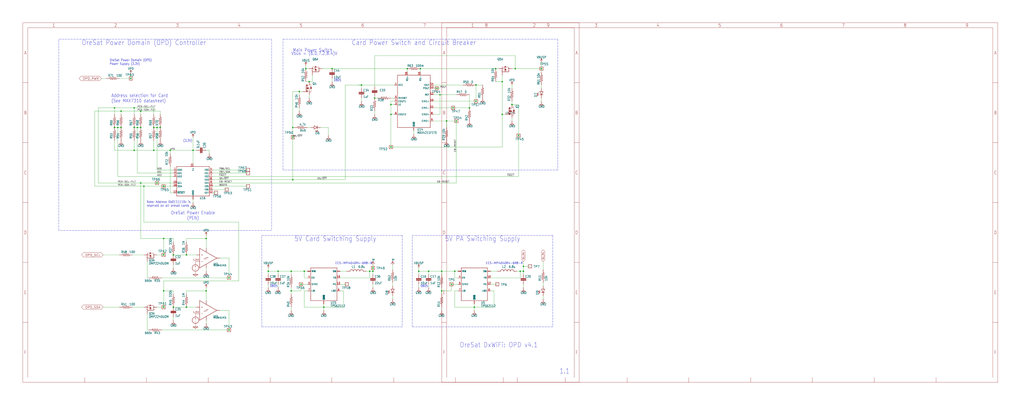
<source format=kicad_sch>
(kicad_sch (version 20210621) (generator eeschema)
  (paper "User" 795.02 318.11)
  (junction (at 403.86 210.82))
  (junction (at 368.3 238.76))
  (junction (at 289.56 210.82))
  (junction (at 339.09 68.58))
  (junction (at 127 144.78))
  (junction (at 109.22 86.36))
  (junction (at 303.53 114.3))
  (junction (at 127 144.78))
  (junction (at 111.76 144.78))
  (junction (at 149.86 116.84))
  (junction (at 104.14 83.82))
  (junction (at 353.06 210.82))
  (junction (at 369.57 66.04))
  (junction (at 134.62 238.76))
  (junction (at 208.28 210.82))
  (junction (at 384.81 53.34))
  (junction (at 104.14 99.06))
  (junction (at 233.68 220.98))
  (junction (at 406.4 207.01))
  (junction (at 127 238.76))
  (junction (at 127 185.42))
  (junction (at 406.4 210.82))
  (junction (at 91.44 99.06))
  (junction (at 127 226.06))
  (junction (at 420.37 53.34))
  (junction (at 121.92 99.06))
  (junction (at 119.38 99.06))
  (junction (at 303.53 81.28))
  (junction (at 106.68 99.06))
  (junction (at 400.05 53.34))
  (junction (at 237.49 53.34))
  (junction (at 287.02 210.82))
  (junction (at 226.06 226.06))
  (junction (at 227.33 99.06))
  (junction (at 350.52 220.98))
  (junction (at 160.02 185.42))
  (junction (at 144.78 238.76))
  (junction (at 119.38 116.84))
  (junction (at 290.83 76.2))
  (junction (at 134.62 198.12))
  (junction (at 364.49 83.82))
  (junction (at 397.51 81.28))
  (junction (at 227.33 139.7))
  (junction (at 402.59 105.41))
  (junction (at 93.98 86.36))
  (junction (at 226.06 210.82))
  (junction (at 303.53 88.9))
  (junction (at 132.08 116.84))
  (junction (at 160.02 226.06))
  (junction (at 346.71 93.98))
  (junction (at 177.8 256.54))
  (junction (at 109.22 99.06))
  (junction (at 177.8 215.9))
  (junction (at 236.22 210.82))
  (junction (at 101.6 60.96))
  (junction (at 227.33 106.68))
  (junction (at 232.41 71.12))
  (junction (at 240.03 63.5))
  (junction (at 342.9 226.06))
  (junction (at 342.9 210.82))
  (junction (at 316.23 53.34))
  (junction (at 215.9 210.82))
  (junction (at 326.39 53.34))
  (junction (at 389.89 88.9))
  (junction (at 280.67 66.04))
  (junction (at 351.79 83.82))
  (junction (at 127 198.12))
  (junction (at 289.56 208.28))
  (junction (at 369.57 78.74))
  (junction (at 88.9 83.82))
  (junction (at 257.81 53.34))
  (junction (at 121.92 142.24))
  (junction (at 325.12 210.82))
  (junction (at 354.33 93.98))
  (junction (at 124.46 99.06))
  (junction (at 389.89 63.5))
  (junction (at 88.9 99.06))
  (junction (at 341.63 73.66))
  (junction (at 332.74 210.82))
  (junction (at 144.78 198.12))
  (junction (at 104.14 116.84))
  (junction (at 109.22 142.24))
  (junction (at 93.98 99.06))
  (junction (at 251.46 238.76))
  (wire (pts (xy 93.98 88.9) (xy 93.98 86.36)))
  (wire (pts (xy 304.8 229.87) (xy 304.8 232.41)))
  (wire (pts (xy 287.02 210.82) (xy 284.48 210.82)))
  (wire (pts (xy 93.98 86.36) (xy 109.22 86.36)))
  (wire (pts (xy 392.43 88.9) (xy 389.89 88.9)))
  (wire (pts (xy 111.76 172.72) (xy 111.76 144.78)))
  (wire (pts (xy 106.68 99.06) (xy 104.14 99.06)))
  (polyline (pts (xy 219.71 132.08) (xy 219.71 30.48)))
  (wire (pts (xy 134.62 132.08) (xy 121.92 132.08)))
  (polyline (pts (xy 203.2 254) (xy 203.2 182.88)))
  (polyline (pts (xy 429.26 182.88) (xy 429.26 254)))
  (wire (pts (xy 226.06 226.06) (xy 226.06 223.52)))
  (wire (pts (xy 257.81 63.5) (xy 257.81 60.96)))
  (wire (pts (xy 104.14 116.84) (xy 104.14 109.22)))
  (wire (pts (xy 134.62 149.86) (xy 132.08 149.86)))
  (wire (pts (xy 287.02 210.82) (xy 289.56 210.82)))
  (wire (pts (xy 92.71 198.12) (xy 80.01 198.12)))
  (wire (pts (xy 368.3 238.76) (xy 368.3 236.22)))
  (wire (pts (xy 280.67 68.58) (xy 280.67 66.04)))
  (wire (pts (xy 351.79 83.82) (xy 364.49 83.82)))
  (wire (pts (xy 109.22 99.06) (xy 106.68 99.06)))
  (wire (pts (xy 251.46 238.76) (xy 251.46 236.22)))
  (wire (pts (xy 264.16 210.82) (xy 269.24 210.82)))
  (wire (pts (xy 208.28 210.82) (xy 215.9 210.82)))
  (wire (pts (xy 104.14 88.9) (xy 104.14 83.82)))
  (wire (pts (xy 237.49 50.8) (xy 237.49 53.34)))
  (wire (pts (xy 236.22 215.9) (xy 238.76 215.9)))
  (wire (pts (xy 421.64 229.87) (xy 421.64 232.41)))
  (wire (pts (xy 397.51 81.28) (xy 402.59 81.28)))
  (wire (pts (xy 336.55 66.04) (xy 359.41 66.04)))
  (wire (pts (xy 267.97 66.04) (xy 280.67 66.04)))
  (wire (pts (xy 303.53 81.28) (xy 306.07 81.28)))
  (wire (pts (xy 233.68 226.06) (xy 226.06 226.06)))
  (wire (pts (xy 264.16 215.9) (xy 287.02 215.9)))
  (polyline (pts (xy 45.72 30.48) (xy 210.82 30.48)))
  (wire (pts (xy 384.81 63.5) (xy 389.89 63.5)))
  (wire (pts (xy 332.74 223.52) (xy 332.74 220.98)))
  (wire (pts (xy 149.86 116.84) (xy 149.86 106.68)))
  (wire (pts (xy 251.46 241.3) (xy 251.46 238.76)))
  (wire (pts (xy 208.28 220.98) (xy 208.28 223.52)))
  (wire (pts (xy 144.78 187.96) (xy 144.78 185.42)))
  (wire (pts (xy 152.4 238.76) (xy 144.78 238.76)))
  (polyline (pts (xy 210.82 179.07) (xy 45.72 179.07)))
  (wire (pts (xy 127 185.42) (xy 109.22 185.42)))
  (wire (pts (xy 290.83 88.9) (xy 290.83 86.36)))
  (wire (pts (xy 321.31 104.14) (xy 321.31 101.6)))
  (wire (pts (xy 384.81 53.34) (xy 387.35 53.34)))
  (wire (pts (xy 287.02 215.9) (xy 287.02 210.82)))
  (wire (pts (xy 144.78 198.12) (xy 134.62 198.12)))
  (wire (pts (xy 165.1 139.7) (xy 227.33 139.7)))
  (wire (pts (xy 303.53 81.28) (xy 303.53 88.9)))
  (wire (pts (xy 165.1 142.24) (xy 354.33 142.24)))
  (wire (pts (xy 144.78 228.6) (xy 144.78 226.06)))
  (wire (pts (xy 342.9 226.06) (xy 342.9 223.52)))
  (wire (pts (xy 354.33 93.98) (xy 346.71 93.98)))
  (wire (pts (xy 132.08 129.54) (xy 132.08 149.86)))
  (wire (pts (xy 236.22 238.76) (xy 251.46 238.76)))
  (wire (pts (xy 381 226.06) (xy 383.54 226.06)))
  (wire (pts (xy 351.79 83.82) (xy 336.55 83.82)))
  (wire (pts (xy 124.46 86.36) (xy 124.46 88.9)))
  (wire (pts (xy 242.57 63.5) (xy 242.57 58.42)))
  (wire (pts (xy 233.68 220.98) (xy 233.68 226.06)))
  (wire (pts (xy 127 238.76) (xy 127 234.95)))
  (wire (pts (xy 127 218.44) (xy 185.42 218.44)))
  (wire (pts (xy 381 220.98) (xy 386.08 220.98)))
  (wire (pts (xy 177.8 256.54) (xy 125.73 256.54)))
  (wire (pts (xy 119.38 116.84) (xy 132.08 116.84)))
  (wire (pts (xy 160.02 226.06) (xy 160.02 223.52)))
  (wire (pts (xy 226.06 228.6) (xy 226.06 226.06)))
  (wire (pts (xy 115.57 256.54) (xy 114.3 256.54)))
  (wire (pts (xy 368.3 241.3) (xy 368.3 238.76)))
  (wire (pts (xy 326.39 53.34) (xy 384.81 53.34)))
  (wire (pts (xy 134.62 228.6) (xy 134.62 226.06)))
  (wire (pts (xy 341.63 73.66) (xy 354.33 73.66)))
  (wire (pts (xy 227.33 71.12) (xy 227.33 99.06)))
  (wire (pts (xy 92.71 60.96) (xy 101.6 60.96)))
  (wire (pts (xy 127 185.42) (xy 127 198.12)))
  (wire (pts (xy 342.9 226.06) (xy 350.52 226.06)))
  (wire (pts (xy 411.48 207.01) (xy 406.4 207.01)))
  (wire (pts (xy 134.62 248.92) (xy 134.62 246.38)))
  (wire (pts (xy 134.62 134.62) (xy 106.68 134.62)))
  (wire (pts (xy 119.38 88.9) (xy 119.38 83.82)))
  (wire (pts (xy 403.86 210.82) (xy 406.4 210.82)))
  (wire (pts (xy 266.7 238.76) (xy 251.46 238.76)))
  (wire (pts (xy 420.37 48.26) (xy 420.37 53.34)))
  (wire (pts (xy 420.37 66.04) (xy 420.37 68.58)))
  (wire (pts (xy 240.03 73.66) (xy 240.03 76.2)))
  (wire (pts (xy 134.62 144.78) (xy 127 144.78)))
  (wire (pts (xy 228.6 99.06) (xy 227.33 99.06)))
  (wire (pts (xy 403.86 210.82) (xy 401.32 210.82)))
  (wire (pts (xy 160.02 233.68) (xy 160.02 226.06)))
  (wire (pts (xy 289.56 205.74) (xy 289.56 208.28)))
  (wire (pts (xy 226.06 210.82) (xy 215.9 210.82)))
  (wire (pts (xy 381 215.9) (xy 403.86 215.9)))
  (wire (pts (xy 341.63 88.9) (xy 341.63 73.66)))
  (wire (pts (xy 226.06 213.36) (xy 226.06 210.82)))
  (wire (pts (xy 420.37 76.2) (xy 420.37 78.74)))
  (wire (pts (xy 127 144.78) (xy 111.76 144.78)))
  (wire (pts (xy 383.54 226.06) (xy 383.54 238.76)))
  (wire (pts (xy 325.12 213.36) (xy 325.12 210.82)))
  (wire (pts (xy 290.83 67.31) (xy 290.83 43.18)))
  (wire (pts (xy 236.22 215.9) (xy 236.22 210.82)))
  (wire (pts (xy 106.68 134.62) (xy 106.68 99.06)))
  (wire (pts (xy 355.6 210.82) (xy 353.06 210.82)))
  (wire (pts (xy 238.76 210.82) (xy 236.22 210.82)))
  (wire (pts (xy 149.86 116.84) (xy 152.4 116.84)))
  (wire (pts (xy 303.53 88.9) (xy 306.07 88.9)))
  (polyline (pts (xy 203.2 182.88) (xy 312.42 182.88)))
  (wire (pts (xy 420.37 53.34) (xy 420.37 55.88)))
  (wire (pts (xy 121.92 142.24) (xy 134.62 142.24)))
  (wire (pts (xy 134.62 226.06) (xy 127 226.06)))
  (wire (pts (xy 336.55 78.74) (xy 369.57 78.74)))
  (wire (pts (xy 177.8 241.3) (xy 177.8 256.54)))
  (wire (pts (xy 165.1 134.62) (xy 192.532 134.62)))
  (wire (pts (xy 264.16 220.98) (xy 269.24 220.98)))
  (wire (pts (xy 353.06 238.76) (xy 368.3 238.76)))
  (wire (pts (xy 192.532 132.08) (xy 165.1 132.08)))
  (wire (pts (xy 132.08 119.38) (xy 132.08 116.84)))
  (wire (pts (xy 280.67 66.04) (xy 278.13 66.04)))
  (wire (pts (xy 353.06 215.9) (xy 355.6 215.9)))
  (wire (pts (xy 280.67 78.74) (xy 280.67 76.2)))
  (wire (pts (xy 289.56 223.52) (xy 289.56 220.98)))
  (wire (pts (xy 208.28 210.82) (xy 208.28 208.28)))
  (wire (pts (xy 306.07 76.2) (xy 303.53 76.2)))
  (wire (pts (xy 306.07 78.74) (xy 303.53 78.74)))
  (wire (pts (xy 267.97 139.7) (xy 267.97 66.04)))
  (wire (pts (xy 227.33 99.06) (xy 227.33 106.68)))
  (wire (pts (xy 121.92 132.08) (xy 121.92 99.06)))
  (wire (pts (xy 303.53 78.74) (xy 303.53 81.28)))
  (wire (pts (xy 73.66 144.78) (xy 73.66 86.36)))
  (wire (pts (xy 402.59 81.28) (xy 402.59 105.41)))
  (wire (pts (xy 240.03 63.5) (xy 242.57 63.5)))
  (wire (pts (xy 406.4 210.82) (xy 406.4 207.01)))
  (wire (pts (xy 332.74 213.36) (xy 332.74 210.82)))
  (wire (pts (xy 364.49 83.82) (xy 364.49 73.66)))
  (wire (pts (xy 124.46 99.06) (xy 121.92 99.06)))
  (wire (pts (xy 104.14 83.82) (xy 119.38 83.82)))
  (wire (pts (xy 250.19 53.34) (xy 257.81 53.34)))
  (wire (pts (xy 111.76 198.12) (xy 102.87 198.12)))
  (wire (pts (xy 336.55 73.66) (xy 341.63 73.66)))
  (wire (pts (xy 111.76 144.78) (xy 73.66 144.78)))
  (wire (pts (xy 342.9 228.6) (xy 342.9 226.06)))
  (wire (pts (xy 167.64 149.86) (xy 165.1 149.86)))
  (wire (pts (xy 170.815 241.3) (xy 177.8 241.3)))
  (wire (pts (xy 421.64 219.71) (xy 421.64 222.25)))
  (wire (pts (xy 109.22 185.42) (xy 109.22 142.24)))
  (wire (pts (xy 397.51 53.34) (xy 400.05 53.34)))
  (wire (pts (xy 165.1 144.78) (xy 192.532 144.78)))
  (wire (pts (xy 232.41 71.12) (xy 227.33 71.12)))
  (wire (pts (xy 383.54 238.76) (xy 368.3 238.76)))
  (wire (pts (xy 336.55 88.9) (xy 341.63 88.9)))
  (wire (pts (xy 397.51 91.44) (xy 397.51 93.98)))
  (wire (pts (xy 114.3 256.54) (xy 114.3 243.84)))
  (wire (pts (xy 237.49 63.5) (xy 240.03 63.5)))
  (wire (pts (xy 115.57 215.9) (xy 114.3 215.9)))
  (wire (pts (xy 290.83 43.18) (xy 400.05 43.18)))
  (wire (pts (xy 165.1 147.32) (xy 176.022 147.32)))
  (wire (pts (xy 111.76 238.76) (xy 102.87 238.76)))
  (wire (pts (xy 144.78 238.76) (xy 134.62 238.76)))
  (wire (pts (xy 91.44 137.16) (xy 91.44 99.06)))
  (wire (pts (xy 304.8 219.71) (xy 304.8 222.25)))
  (wire (pts (xy 336.55 68.58) (xy 339.09 68.58)))
  (wire (pts (xy 342.9 241.3) (xy 342.9 238.76)))
  (wire (pts (xy 134.62 185.42) (xy 127 185.42)))
  (wire (pts (xy 152.4 198.12) (xy 144.78 198.12)))
  (wire (pts (xy 350.52 220.98) (xy 355.6 220.98)))
  (wire (pts (xy 257.81 53.34) (xy 316.23 53.34)))
  (wire (pts (xy 109.22 86.36) (xy 124.46 86.36)))
  (wire (pts (xy 127 226.06) (xy 127 238.76)))
  (wire (pts (xy 127 238.76) (xy 121.92 238.76)))
  (wire (pts (xy 238.76 99.06) (xy 241.3 99.06)))
  (wire (pts (xy 290.83 74.93) (xy 290.83 76.2)))
  (wire (pts (xy 114.3 215.9) (xy 114.3 203.2)))
  (polyline (pts (xy 433.07 132.08) (xy 219.71 132.08)))
  (wire (pts (xy 177.8 215.9) (xy 125.73 215.9)))
  (wire (pts (xy 339.09 68.58) (xy 341.63 68.58)))
  (wire (pts (xy 149.86 127) (xy 149.86 116.84)))
  (wire (pts (xy 353.06 226.06) (xy 353.06 238.76)))
  (wire (pts (xy 389.89 88.9) (xy 389.89 114.3)))
  (wire (pts (xy 236.22 226.06) (xy 238.76 226.06)))
  (wire (pts (xy 185.42 172.72) (xy 111.76 172.72)))
  (polyline (pts (xy 210.82 30.48) (xy 210.82 179.07)))
  (wire (pts (xy 149.86 157.48) (xy 149.86 154.94)))
  (wire (pts (xy 76.2 142.24) (xy 76.2 83.82)))
  (wire (pts (xy 397.51 78.74) (xy 397.51 81.28)))
  (wire (pts (xy 402.59 105.41) (xy 402.59 137.16)))
  (wire (pts (xy 134.62 187.96) (xy 134.62 185.42)))
  (wire (pts (xy 92.71 238.76) (xy 80.01 238.76)))
  (wire (pts (xy 119.38 116.84) (xy 119.38 109.22)))
  (wire (pts (xy 109.22 88.9) (xy 109.22 86.36)))
  (wire (pts (xy 162.56 116.84) (xy 162.56 119.38)))
  (wire (pts (xy 91.44 99.06) (xy 88.9 99.06)))
  (wire (pts (xy 233.68 220.98) (xy 238.76 220.98)))
  (wire (pts (xy 170.815 200.66) (xy 177.8 200.66)))
  (polyline (pts (xy 320.04 254) (xy 320.04 182.88)))
  (wire (pts (xy 208.28 213.36) (xy 208.28 210.82)))
  (wire (pts (xy 381 210.82) (xy 386.08 210.82)))
  (wire (pts (xy 76.2 83.82) (xy 88.9 83.82)))
  (wire (pts (xy 397.51 66.04) (xy 397.51 68.58)))
  (polyline (pts (xy 433.07 30.48) (xy 433.07 132.08)))
  (wire (pts (xy 215.9 223.52) (xy 215.9 220.98)))
  (wire (pts (xy 325.12 220.98) (xy 325.12 223.52)))
  (wire (pts (xy 353.06 226.06) (xy 355.6 226.06)))
  (wire (pts (xy 403.86 215.9) (xy 403.86 210.82)))
  (wire (pts (xy 406.4 213.36) (xy 406.4 210.82)))
  (wire (pts (xy 289.56 210.82) (xy 289.56 208.28)))
  (wire (pts (xy 237.49 53.34) (xy 240.03 53.34)))
  (wire (pts (xy 160.02 193.04) (xy 160.02 185.42)))
  (wire (pts (xy 236.22 210.82) (xy 226.06 210.82)))
  (wire (pts (xy 232.41 71.12) (xy 234.95 71.12)))
  (wire (pts (xy 400.05 43.18) (xy 400.05 53.34)))
  (wire (pts (xy 76.2 142.24) (xy 109.22 142.24)))
  (wire (pts (xy 226.06 241.3) (xy 226.06 238.76)))
  (wire (pts (xy 88.9 116.84) (xy 88.9 109.22)))
  (wire (pts (xy 266.7 226.06) (xy 266.7 238.76)))
  (polyline (pts (xy 429.26 254) (xy 320.04 254)))
  (wire (pts (xy 236.22 226.06) (xy 236.22 238.76)))
  (wire (pts (xy 132.08 116.84) (xy 149.86 116.84)))
  (wire (pts (xy 289.56 213.36) (xy 289.56 210.82)))
  (wire (pts (xy 88.9 88.9) (xy 88.9 83.82)))
  (polyline (pts (xy 45.72 179.07) (xy 45.72 30.48)))
  (wire (pts (xy 325.12 210.82) (xy 332.74 210.82)))
  (wire (pts (xy 346.71 93.98) (xy 336.55 93.98)))
  (wire (pts (xy 353.06 215.9) (xy 353.06 210.82)))
  (wire (pts (xy 389.89 63.5) (xy 389.89 58.42)))
  (polyline (pts (xy 320.04 182.88) (xy 429.26 182.88)))
  (wire (pts (xy 264.16 226.06) (xy 266.7 226.06)))
  (wire (pts (xy 342.9 210.82) (xy 332.74 210.82)))
  (wire (pts (xy 101.6 60.96) (xy 101.6 57.15)))
  (wire (pts (xy 127 226.06) (xy 127 218.44)))
  (wire (pts (xy 177.8 200.66) (xy 177.8 215.9)))
  (wire (pts (xy 353.06 210.82) (xy 342.9 210.82)))
  (wire (pts (xy 88.9 83.82) (xy 104.14 83.82)))
  (wire (pts (xy 316.23 53.34) (xy 316.23 55.88)))
  (wire (pts (xy 227.33 139.7) (xy 267.97 139.7)))
  (wire (pts (xy 160.02 185.42) (xy 144.78 185.42)))
  (wire (pts (xy 402.59 137.16) (xy 165.1 137.16)))
  (wire (pts (xy 290.83 76.2) (xy 293.37 76.2)))
  (wire (pts (xy 93.98 99.06) (xy 91.44 99.06)))
  (wire (pts (xy 215.9 213.36) (xy 215.9 210.82)))
  (wire (pts (xy 369.57 66.04) (xy 374.65 66.04)))
  (wire (pts (xy 160.02 226.06) (xy 144.78 226.06)))
  (wire (pts (xy 232.41 83.82) (xy 232.41 86.36)))
  (wire (pts (xy 304.8 209.55) (xy 304.8 205.74)))
  (wire (pts (xy 406.4 223.52) (xy 406.4 220.98)))
  (wire (pts (xy 255.016 99.06) (xy 255.016 105.156)))
  (wire (pts (xy 127 198.12) (xy 121.92 198.12)))
  (wire (pts (xy 303.53 114.3) (xy 303.53 88.9)))
  (wire (pts (xy 227.33 106.68) (xy 227.33 139.7)))
  (wire (pts (xy 232.41 73.66) (xy 232.41 71.12)))
  (wire (pts (xy 325.12 210.82) (xy 325.12 208.28)))
  (wire (pts (xy 350.52 220.98) (xy 350.52 226.06)))
  (wire (pts (xy 342.9 213.36) (xy 342.9 210.82)))
  (wire (pts (xy 88.9 116.84) (xy 104.14 116.84)))
  (wire (pts (xy 109.22 142.24) (xy 121.92 142.24)))
  (wire (pts (xy 104.14 116.84) (xy 119.38 116.84)))
  (polyline (pts (xy 312.42 182.88) (xy 312.42 254)))
  (wire (pts (xy 248.92 99.06) (xy 255.016 99.06)))
  (wire (pts (xy 354.33 142.24) (xy 354.33 93.98)))
  (wire (pts (xy 73.66 86.36) (xy 93.98 86.36)))
  (wire (pts (xy 82.55 60.96) (xy 78.74 60.96)))
  (polyline (pts (xy 219.71 30.48) (xy 433.07 30.48)))
  (wire (pts (xy 400.05 53.34) (xy 420.37 53.34)))
  (wire (pts (xy 369.57 78.74) (xy 369.57 66.04)))
  (wire (pts (xy 406.4 207.01) (xy 406.4 203.2)))
  (wire (pts (xy 134.62 137.16) (xy 91.44 137.16)))
  (wire (pts (xy 389.89 114.3) (xy 303.53 114.3)))
  (wire (pts (xy 160.02 185.42) (xy 160.02 182.88)))
  (wire (pts (xy 160.02 251.46) (xy 160.02 248.92)))
  (wire (pts (xy 421.64 209.55) (xy 421.64 203.2)))
  (wire (pts (xy 121.92 99.06) (xy 119.38 99.06)))
  (wire (pts (xy 185.42 218.44) (xy 185.42 172.72)))
  (wire (pts (xy 160.02 210.82) (xy 160.02 208.28)))
  (wire (pts (xy 280.67 66.04) (xy 306.07 66.04)))
  (wire (pts (xy 326.39 55.88) (xy 326.39 53.34)))
  (wire (pts (xy 127 198.12) (xy 127 194.31)))
  (wire (pts (xy 160.02 116.84) (xy 162.56 116.84)))
  (polyline (pts (xy 312.42 254) (xy 203.2 254)))
  (wire (pts (xy 134.62 208.28) (xy 134.62 205.74)))
  (wire (pts (xy 389.89 63.5) (xy 389.89 88.9)))
  (wire (pts (xy 346.71 99.06) (xy 346.71 93.98)))
  (text "ECS-MPI4040R4-6R8-R" (at 260.35 205.74 180) (effects (font (size 1.778 1.5113)) (justify left bottom)))
  (text "OreSat Power Domain (OPD) Controller" (at 63.5 35.56 180) (effects (font (size 3.81 3.2385)) (justify left bottom)))
  (text "Note: Address 0b0111110x is\nreserved on all oresat cards" (at 113.792 161.036 0) (effects (font (size 1.778 1.5113)) (justify left bottom)))
  (text "(3.3V)" (at 142.24 110.49 180) (effects (font (size 1.778 1.5113)) (justify left bottom)))
  (text "5V Card Switching Supply" (at 228.6 187.96 180) (effects (font (size 3.81 3.2385)) (justify left bottom)))
  (text "5V PA Switching Supply" (at 345.44 187.96 180) (effects (font (size 3.81 3.2385)) (justify left bottom)))
  (text "OreSat DxWiFi: OPD v4.1" (at 356.87 270.51 180) (effects (font (size 3.81 3.2385)) (justify left bottom)))
  (text "0805" (at 209.55 223.52 180) (effects (font (size 1.778 1.5113)) (justify left bottom)))
  (text "0805" (at 326.39 223.52 180) (effects (font (size 1.778 1.5113)) (justify left bottom)))
  (text "1.1" (at 434.34 290.83 180) (effects (font (size 3.81 3.2385)) (justify left bottom)))
  (text "Main Power Switch" (at 227.33 40.64 180) (effects (font (size 2.54 2.159)) (justify left bottom)))
  (text "Address selection for Card\n(See MAX7310 datasheet)" (at 86.36 80.01 0) (effects (font (size 2.54 2.159)) (justify left bottom)))
  (text "Vbus = (6.0,7.2,8.4)V" (at 226.06 43.18 180) (effects (font (size 2.54 2.159)) (justify left bottom)))
  (text "Card Power Switch and Circuit Breaker" (at 273.05 35.56 180) (effects (font (size 3.81 3.2385)) (justify left bottom)))
  (text "OreSat Power Domain (OPD)\nPower Supply (3.3V)" (at 85.09 50.8 180) (effects (font (size 1.778 1.5113)) (justify left bottom)))
  (text "OreSat Power Enable\n(PEN)" (at 149.86 167.64 180) (effects (font (size 2.54 2.159))))
  (text "ECS-MPI4040R4-6R8-R" (at 377.19 205.74 180) (effects (font (size 1.778 1.5113)) (justify left bottom)))
  (text "0805" (at 259.08 63.5 180) (effects (font (size 1.778 1.5113)) (justify left bottom)))
  (label "CB-RESET" (at 354.33 118.11 90) (effects (font (size 1.2446 1.2446))))
  (label "ON/~{OFF}" (at 246.38 139.7 0) (effects (font (size 1.2446 1.2446))))
  (label "VPD" (at 132.08 116.84 0) (effects (font (size 1.2446 1.2446))))
  (label "PEN-SCL-FILT" (at 91.44 142.24 0) (effects (font (size 1.2446 1.2446))))
  (label "ON/~{OFF}" (at 227.33 106.68 0) (effects (font (size 1.2446 1.2446))))
  (label "BOOT0" (at 170.18 144.78 0) (effects (font (size 1.2446 1.2446))))
  (label "~{FAULT}" (at 393.7 137.16 0) (effects (font (size 1.2446 1.2446))))
  (label "AD0" (at 121.92 132.08 0) (effects (font (size 1.2446 1.2446))))
  (label "PB7/SDA" (at 170.18 134.62 0) (effects (font (size 1.2446 1.2446))))
  (label "CB-RESET" (at 339.09 142.24 0) (effects (font (size 1.2446 1.2446))))
  (label "PEN-SDA-FILT" (at 106.68 86.36 0) (effects (font (size 1.2446 1.2446))))
  (label "PEN-SCL-FILT" (at 106.68 83.82 0) (effects (font (size 1.2446 1.2446))))
  (label "~{FAULT}" (at 170.18 137.16 0) (effects (font (size 1.2446 1.2446))))
  (label "PEN-SDA-FILT" (at 91.44 144.78 0) (effects (font (size 1.2446 1.2446))))
  (label "CB_CTRL" (at 392.43 88.9 0) (effects (font (size 1.2446 1.2446))))
  (label "CB-RESET" (at 170.18 142.24 0) (effects (font (size 1.2446 1.2446))))
  (label "ON/~{OFF}" (at 170.18 139.7 0) (effects (font (size 1.2446 1.2446))))
  (label "AD1" (at 121.92 134.62 0) (effects (font (size 1.2446 1.2446))))
  (label "POUT" (at 341.63 68.58 0) (effects (font (size 1.2446 1.2446))))
  (label "AD2" (at 121.92 137.16 0) (effects (font (size 1.2446 1.2446))))
  (label "PB6/SCL" (at 170.18 132.08 0) (effects (font (size 1.2446 1.2446))))
  (global_label "5V_PA" (shape bidirectional) (at 421.64 203.2 90) (effects (font (size 1.2446 1.2446))) (property "Intersheet References" "${INTERSHEET_REFS}" (effects hide)))
  (global_label "OPD_SDA" (shape bidirectional) (at 80.01 238.76 180) (effects (font (size 1.778 1.778))) (property "Intersheet References" "${INTERSHEET_REFS}" (effects hide)))
  (global_label "5V_PA" (shape bidirectional) (at 406.4 203.2 90) (effects (font (size 1.2446 1.2446))) (property "Intersheet References" "${INTERSHEET_REFS}" (effects hide)))
  (global_label "OPD_PWR" (shape bidirectional) (at 78.74 60.96 180) (effects (font (size 1.778 1.778))) (property "Intersheet References" "${INTERSHEET_REFS}" (effects hide)))
  (global_label "OPD_SCL" (shape bidirectional) (at 80.01 198.12 180) (effects (font (size 1.778 1.778))) (property "Intersheet References" "${INTERSHEET_REFS}" (effects hide)))
  (symbol (lib_id "oresat-live-card-eagle-import:R-US_0603-A") (at 364.49 88.9 90)
    (property "Reference" "R42" (at 363.22 93.98 0) (effects (font (size 1.778 1.5113)) (justify left bottom)))
    (property "Value" "NP" (at 363.22 87.63 0) (effects (font (size 1.778 1.5113)) (justify left bottom)))
    (property "Footprint" ".0603-A" (effects hide))
    (property "Value" "Digi-Key" (effects hide))
    (property "Value" "1276-4275-1-ND" (effects hide))
    (property "Value" "Samsung" (effects hide))
    (property "Value" "RC1005F6653CS" (effects hide))
  )
  (symbol (lib_id "oresat-live-card-eagle-import:R-US_0603-A") (at 374.65 71.12 90)
    (property "Reference" "R51" (at 373.1514 76.2 0) (effects (font (size 1.778 1.5113)) (justify left bottom)))
    (property "Value" "4.7k" (at 373.38 69.85 0) (effects (font (size 1.778 1.5113)) (justify left bottom)))
    (property "Footprint" ".0603-A" (effects hide))
    (property "Value" "Digi-Key" (effects hide))
    (property "Value" "1276-4275-1-ND" (effects hide))
    (property "Value" "Samsung" (effects hide))
    (property "Value" "RC1005F6653CS" (effects hide))
  )
  (symbol (lib_id "oresat-live-card-eagle-import:R-US_0603-A") (at 104.14 104.14 270)
    (property "Reference" "R55" (at 102.6414 107.95 0) (effects (font (size 1.778 1.5113)) (justify right top)))
    (property "Value" "10k" (at 102.362 102.87 0) (effects (font (size 1.778 1.5113)) (justify right top)))
    (property "Footprint" ".0603-A" (effects hide))
    (property "Value" "Digi-Key" (effects hide))
    (property "Value" "1276-4275-1-ND" (effects hide))
    (property "Value" "Samsung" (effects hide))
    (property "Value" "RC1005F6653CS" (effects hide))
  )
  (symbol (lib_id "oresat-live-card-eagle-import:LED-GREEN0603") (at 243.84 99.06 90)
    (property "Reference" "D6" (at 248.412 102.489 90) (effects (font (size 1.778 1.778)) (justify left bottom)))
    (property "Value" "GREEN" (at 248.412 97.155 90) (effects (font (size 1.778 1.778)) (justify left top)))
    (property "Footprint" "LED-0603" (effects hide))
    (property "Value" "Green 573nm LED Indication - Discrete 2V 0603 (1608 Metric)" (effects hide))
    (property "Value" "732-12017-1-ND" (effects hide))
    (property "Value" "Würth Elektronik" (effects hide))
    (property "Value" "150060VS55040" (effects hide))
  )
  (symbol (lib_id "oresat-live-card-eagle-import:GND") (at 321.31 106.68 0) (mirror y)
    (property "Reference" "#GND23" (effects hide))
    (property "Value" "GND" (at 323.85 109.22 0) (effects (font (size 1.778 1.5113)) (justify left bottom)))
  )
  (symbol (lib_id "oresat-live-card-eagle-import:VBUSP") (at 420.37 48.26 0)
    (property "Reference" "#VBUSP2" (effects hide))
    (property "Value" "VBUSP" (at 420.37 45.466 0) (effects (font (size 1.778 1.5113)) (justify bottom)))
  )
  (symbol (lib_id "oresat-live-card-eagle-import:GND") (at 251.46 243.84 0)
    (property "Reference" "#GND19" (effects hide))
    (property "Value" "GND" (at 248.92 246.38 0) (effects (font (size 1.778 1.5113)) (justify left bottom)))
  )
  (symbol (lib_id "oresat-live-card-eagle-import:GND") (at 215.9 226.06 0)
    (property "Reference" "#GND14" (effects hide))
    (property "Value" "GND" (at 213.36 228.6 0) (effects (font (size 1.778 1.5113)) (justify left bottom)))
  )
  (symbol (lib_id "oresat-live-card-eagle-import:GND") (at 420.37 81.28 0) (mirror y)
    (property "Reference" "#GND29" (effects hide))
    (property "Value" "GND" (at 422.91 83.82 0) (effects (font (size 1.778 1.5113)) (justify left bottom)))
  )
  (symbol (lib_id "oresat-live-card-eagle-import:GND") (at 406.4 226.06 0) (mirror y)
    (property "Reference" "#GND40" (effects hide))
    (property "Value" "GND" (at 408.94 228.6 0) (effects (font (size 1.778 1.5113)) (justify left bottom)))
  )
  (symbol (lib_id "oresat-live-card-eagle-import:GND") (at 346.71 111.76 0) (mirror y)
    (property "Reference" "#GND25" (effects hide))
    (property "Value" "GND" (at 349.25 114.3 0) (effects (font (size 1.778 1.5113)) (justify left bottom)))
  )
  (symbol (lib_id "oresat-live-card-eagle-import:TEST-POINT") (at 101.6 60.96 180)
    (property "Reference" "TP63" (at 104.14 57.15 0) (effects (font (size 1.778 1.778)) (justify left bottom)))
    (property "Value" "TEST-POINT" (effects hide))
    (property "Footprint" "2MM-TEST-POINT" (effects hide))
  )
  (symbol (lib_id "oresat-live-card-eagle-import:PMV45EN") (at 397.51 86.36 0)
    (property "Reference" "Q2" (at 400.05 83.82 0) (effects (font (size 1.778 1.5113)) (justify left bottom)))
    (property "Value" "PMV45EN" (at 400.05 86.36 0) (effects (font (size 1.778 1.5113)) (justify left bottom)))
    (property "Footprint" "SOT23" (effects hide))
    (property "Value" "1727-2307-1-ND" (effects hide))
    (property "Value" "PMV45EN2R" (effects hide))
  )
  (symbol (lib_id "oresat-live-card-eagle-import:TEST-POINT") (at 176.022 147.32 90)
    (property "Reference" "TP53" (at 173.482 151.13 90) (effects (font (size 1.778 1.778)) (justify right top)))
    (property "Value" "TEST-POINT" (effects hide))
    (property "Footprint" "2MM-TEST-POINT" (effects hide))
  )
  (symbol (lib_id "oresat-live-card-eagle-import:C-EU0603-A") (at 290.83 72.39 0) (mirror x)
    (property "Reference" "C33" (at 294.64 71.12 0) (effects (font (size 1.778 1.5113)) (justify left top)))
    (property "Value" "1uF" (at 293.37 73.66 0) (effects (font (size 1.778 1.5113)) (justify left top)))
    (property "Footprint" ".0603-A" (effects hide))
    (property "Value" "Digi-Key" (effects hide))
    (property "Value" "1276-1001-1-ND" (effects hide))
    (property "Value" "Samsung" (effects hide))
    (property "Value" "CL05B104KO5NNNC" (effects hide))
  )
  (symbol (lib_id "oresat-live-card-eagle-import:TEST-POINT") (at 289.56 208.28 0)
    (property "Reference" "TP49" (at 292.1 209.55 0) (effects (font (size 1.778 1.778)) (justify left bottom)))
    (property "Value" "TEST-POINT" (effects hide))
    (property "Footprint" "2MM-TEST-POINT" (effects hide))
  )
  (symbol (lib_id "oresat-live-card-eagle-import:R-US_0603-A") (at 97.79 198.12 0)
    (property "Reference" "R48" (at 93.98 196.85 0) (effects (font (size 1.778 1.5113)) (justify left bottom)))
    (property "Value" "100" (at 100.33 196.85 0) (effects (font (size 1.778 1.5113)) (justify left bottom)))
    (property "Footprint" ".0603-A" (effects hide))
  )
  (symbol (lib_id "oresat-live-card-eagle-import:GND") (at 421.64 234.95 0) (mirror y)
    (property "Reference" "#GND36" (effects hide))
    (property "Value" "GND" (at 424.18 237.49 0) (effects (font (size 1.778 1.5113)) (justify left bottom)))
  )
  (symbol (lib_id "oresat-live-card-eagle-import:TEST-POINT") (at 369.57 78.74 0)
    (property "Reference" "TP57" (at 365.76 82.55 0) (effects (font (size 1.778 1.778)) (justify left bottom)))
    (property "Value" "TEST-POINT" (effects hide))
    (property "Footprint" "2MM-TEST-POINT" (effects hide))
  )
  (symbol (lib_id "oresat-live-card-eagle-import:L-ECS-MPI4040") (at 276.86 210.82 90)
    (property "Reference" "L1" (at 273.05 208.28 90) (effects (font (size 1.778 1.5113)) (justify right top)))
    (property "Value" "6.8u" (at 278.13 208.28 90) (effects (font (size 1.778 1.5113)) (justify right top)))
    (property "Footprint" "ECS-MPI4040" (effects hide))
  )
  (symbol (lib_id "oresat-live-card-eagle-import:VBUS") (at 237.49 48.26 0)
    (property "Reference" "#VBUS1" (effects hide))
    (property "Value" "VBUS" (at 237.49 48.006 0) (effects (font (size 1.778 1.5113)) (justify bottom)))
  )
  (symbol (lib_id "oresat-live-card-eagle-import:R-US_0603-A") (at 93.98 93.98 90)
    (property "Reference" "R66" (at 92.4814 97.79 0) (effects (font (size 1.778 1.5113)) (justify left bottom)))
    (property "Value" "NP" (at 92.202 92.71 0) (effects (font (size 1.778 1.5113)) (justify left bottom)))
    (property "Footprint" ".0603-A" (effects hide))
    (property "Value" "Digi-Key" (effects hide))
    (property "Value" "1276-4275-1-ND" (effects hide))
    (property "Value" "Samsung" (effects hide))
    (property "Value" "RC1005F6653CS" (effects hide))
  )
  (symbol (lib_id "oresat-live-card-eagle-import:R-US_0603-A") (at 290.83 81.28 90)
    (property "Reference" "R33" (at 289.56 86.36 0) (effects (font (size 1.778 1.5113)) (justify left bottom)))
    (property "Value" "100k" (at 289.56 80.01 0) (effects (font (size 1.778 1.5113)) (justify left bottom)))
    (property "Footprint" ".0603-A" (effects hide))
    (property "Value" "Digi-Key" (effects hide))
    (property "Value" "1276-4275-1-ND" (effects hide))
    (property "Value" "Samsung" (effects hide))
    (property "Value" "RC1005F6653CS" (effects hide))
  )
  (symbol (lib_id "oresat-live-card-eagle-import:GND") (at 93.98 111.76 0) (mirror y)
    (property "Reference" "#GND2" (effects hide))
    (property "Value" "GND" (at 96.52 114.3 0) (effects (font (size 1.778 1.5113)) (justify left bottom)))
  )
  (symbol (lib_id "oresat-live-card-eagle-import:C-EUC1210") (at 406.4 215.9 0)
    (property "Reference" "C20" (at 407.67 215.9 0) (effects (font (size 1.778 1.5113)) (justify left bottom)))
    (property "Value" "22uF" (at 407.67 220.98 0) (effects (font (size 1.778 1.5113)) (justify left bottom)))
    (property "Footprint" "C1210" (effects hide))
    (property "Value" "Murata" (effects hide))
    (property "Value" "GCJ32ER71C226KE01L" (effects hide))
  )
  (symbol (lib_id "oresat-live-card-eagle-import:C-EU0805-B") (at 325.12 215.9 0)
    (property "Reference" "C16" (at 326.39 215.9 0) (effects (font (size 1.778 1.5113)) (justify left bottom)))
    (property "Value" "10uF" (at 326.39 220.98 0) (effects (font (size 1.778 1.5113)) (justify left bottom)))
    (property "Footprint" ".0805-B" (effects hide))
  )
  (symbol (lib_id "oresat-live-card-eagle-import:GND") (at 149.86 160.02 0) (mirror y)
    (property "Reference" "#GND9" (effects hide))
    (property "Value" "GND" (at 152.4 162.56 0) (effects (font (size 1.778 1.5113)) (justify left bottom)))
  )
  (symbol (lib_id "oresat-live-card-eagle-import:VPD") (at 397.51 66.04 0)
    (property "Reference" "#VPD5" (effects hide))
    (property "Value" "VPD" (at 397.51 63.246 0) (effects (font (size 1.778 1.5113)) (justify bottom)))
  )
  (symbol (lib_id "oresat-live-card-eagle-import:R-US_0603-A") (at 397.51 73.66 90)
    (property "Reference" "R32" (at 396.24 78.74 0) (effects (font (size 1.778 1.5113)) (justify left bottom)))
    (property "Value" "10k" (at 396.24 72.39 0) (effects (font (size 1.778 1.5113)) (justify left bottom)))
    (property "Footprint" ".0603-A" (effects hide))
  )
  (symbol (lib_id "oresat-live-card-eagle-import:L-ECS-MPI4040") (at 393.7 210.82 90)
    (property "Reference" "L2" (at 389.89 208.28 90) (effects (font (size 1.778 1.5113)) (justify right top)))
    (property "Value" "6.8u" (at 394.97 208.28 90) (effects (font (size 1.778 1.5113)) (justify right top)))
    (property "Footprint" "ECS-MPI4040" (effects hide))
  )
  (symbol (lib_id "oresat-live-card-eagle-import:MOSFET-PCH-SOT23-6") (at 392.43 55.88 90)
    (property "Reference" "Q5" (at 386.08 46.99 90) (effects (font (size 1.778 1.5113)) (justify right top)))
    (property "Value" "MOSFET-PCH-SOT23-6" (at 386.08 49.53 90) (effects (font (size 1.778 1.5113)) (justify right top)))
    (property "Footprint" "SOT23-6" (effects hide))
    (property "Value" "DMP3050LVT-7" (effects hide))
  )
  (symbol (lib_id "oresat-live-card-eagle-import:MAX4211") (at 321.31 76.2 0)
    (property "Reference" "U14" (at 323.85 101.6 0) (effects (font (size 1.778 1.5113)) (justify left bottom)))
    (property "Value" "MAX4211FETE" (at 323.85 104.14 0) (effects (font (size 1.778 1.5113)) (justify left bottom)))
    (property "Footprint" "QFN65P400X400X80-17T210" (effects hide))
  )
  (symbol (lib_id "oresat-live-card-eagle-import:TPS6211X") (at 251.46 218.44 0)
    (property "Reference" "U15" (at 256.54 236.22 0) (effects (font (size 1.778 1.5113)) (justify left bottom)))
    (property "Value" "TPS62112" (at 256.54 238.76 0) (effects (font (size 1.778 1.5113)) (justify left bottom)))
    (property "Footprint" "S-PVQFN-16" (effects hide))
  )
  (symbol (lib_id "oresat-live-card-eagle-import:TEST-POINT") (at 177.8 215.9 180)
    (property "Reference" "TP44" (at 180.34 212.09 0) (effects (font (size 1.778 1.778)) (justify left bottom)))
    (property "Value" "TEST-POINT" (effects hide))
    (property "Footprint" "2MM-TEST-POINT" (effects hide))
  )
  (symbol (lib_id "oresat-live-card-eagle-import:R-US_0603-A") (at 226.06 218.44 90)
    (property "Reference" "R34" (at 224.79 223.52 0) (effects (font (size 1.778 1.5113)) (justify left bottom)))
    (property "Value" "10k" (at 224.79 218.44 0) (effects (font (size 1.778 1.5113)) (justify left bottom)))
    (property "Footprint" ".0603-A" (effects hide))
  )
  (symbol (lib_id "oresat-live-card-eagle-import:R-US_0603-A") (at 233.68 99.06 180)
    (property "Reference" "R49" (at 237.49 100.5586 0) (effects (font (size 1.778 1.5113)) (justify left bottom)))
    (property "Value" "4.7k" (at 237.49 95.758 0) (effects (font (size 1.778 1.5113)) (justify left bottom)))
    (property "Footprint" ".0603-A" (effects hide))
  )
  (symbol (lib_id "oresat-live-card-eagle-import:LED-GREEN0603") (at 421.64 224.79 0)
    (property "Reference" "D9" (at 418.211 229.362 90) (effects (font (size 1.778 1.778)) (justify left bottom)))
    (property "Value" "GREEN" (at 423.545 229.362 90) (effects (font (size 1.778 1.778)) (justify left top)))
    (property "Footprint" "LED-0603" (effects hide))
    (property "Value" "Green 573nm LED Indication - Discrete 2V 0603 (1608 Metric)" (effects hide))
    (property "Value" "732-12017-1-ND" (effects hide))
    (property "Value" "Würth Elektronik" (effects hide))
    (property "Value" "150060VS55040" (effects hide))
  )
  (symbol (lib_id "oresat-live-card-eagle-import:GND") (at 232.41 88.9 0) (mirror y)
    (property "Reference" "#GND15" (effects hide))
    (property "Value" "GND" (at 234.95 91.44 0) (effects (font (size 1.778 1.5113)) (justify left bottom)))
  )
  (symbol (lib_id "oresat-live-card-eagle-import:TEST-POINT") (at 227.33 106.68 0)
    (property "Reference" "TP50" (at 220.98 104.14 0) (effects (font (size 1.778 1.778)) (justify left bottom)))
    (property "Value" "TEST-POINT" (effects hide))
    (property "Footprint" "2MM-TEST-POINT" (effects hide))
  )
  (symbol (lib_id "oresat-live-card-eagle-import:TEST-POINT") (at 192.532 132.08 90)
    (property "Reference" "TP67" (at 184.912 131.572 90) (effects (font (size 1.778 1.778)) (justify right top)))
    (property "Value" "TEST-POINT" (effects hide))
    (property "Footprint" "2MM-TEST-POINT" (effects hide))
  )
  (symbol (lib_id "oresat-live-card-eagle-import:R-US_R1206") (at 321.31 53.34 0)
    (property "Reference" "R63" (at 316.23 52.07 0) (effects (font (size 1.778 1.5113)) (justify left bottom)))
    (property "Value" "100m" (at 322.58 52.07 0) (effects (font (size 1.778 1.5113)) (justify left bottom)))
    (property "Footprint" "R1206" (effects hide))
  )
  (symbol (lib_id "oresat-live-card-eagle-import:R-US_0603-A") (at 144.78 233.68 90)
    (property "Reference" "R44" (at 143.51 237.49 0) (effects (font (size 1.778 1.5113)) (justify left bottom)))
    (property "Value" "1M" (at 143.51 231.14 0) (effects (font (size 1.778 1.5113)) (justify left bottom)))
    (property "Footprint" ".0603-A" (effects hide))
  )
  (symbol (lib_id "oresat-live-card-eagle-import:GND") (at 160.02 254 0) (mirror y)
    (property "Reference" "#GND11" (effects hide))
    (property "Value" "GND" (at 162.56 256.54 0) (effects (font (size 1.778 1.5113)) (justify left bottom)))
  )
  (symbol (lib_id "oresat-live-card-eagle-import:GND") (at 304.8 234.95 0) (mirror y)
    (property "Reference" "#GND24" (effects hide))
    (property "Value" "GND" (at 307.34 237.49 0) (effects (font (size 1.778 1.5113)) (justify left bottom)))
  )
  (symbol (lib_id "oresat-live-card-eagle-import:C-EU0603-A") (at 332.74 215.9 0)
    (property "Reference" "C17" (at 334.01 215.9 0) (effects (font (size 1.778 1.5113)) (justify left bottom)))
    (property "Value" "1uF" (at 334.01 220.98 0) (effects (font (size 1.778 1.5113)) (justify left bottom)))
    (property "Footprint" ".0603-A" (effects hide))
  )
  (symbol (lib_id "oresat-live-card-eagle-import:TEST-POINT") (at 350.52 220.98 90)
    (property "Reference" "TP5" (at 347.98 218.44 90) (effects (font (size 1.778 1.778)) (justify right top)))
    (property "Value" "TEST-POINT" (effects hide))
    (property "Footprint" "2MM-TEST-POINT" (effects hide))
  )
  (symbol (lib_id "oresat-live-card-eagle-import:TEST-POINT") (at 402.59 105.41 0)
    (property "Reference" "TP45" (at 400.05 109.22 0) (effects (font (size 1.778 1.778)) (justify left bottom)))
    (property "Value" "TEST-POINT" (effects hide))
    (property "Footprint" "2MM-TEST-POINT" (effects hide))
  )
  (symbol (lib_id "oresat-live-card-eagle-import:VBUSP") (at 208.28 208.28 0)
    (property "Reference" "#VBUSP1" (effects hide))
    (property "Value" "VBUSP" (at 208.28 205.486 0) (effects (font (size 1.778 1.5113)) (justify bottom)))
  )
  (symbol (lib_id "oresat-live-card-eagle-import:TEST-POINT") (at 127 144.78 0)
    (property "Reference" "TP65" (at 124.46 148.59 0) (effects (font (size 1.778 1.778)) (justify left bottom)))
    (property "Value" "TEST-POINT" (effects hide))
    (property "Footprint" "2MM-TEST-POINT" (effects hide))
  )
  (symbol (lib_id "oresat-live-card-eagle-import:R-US_0603-A") (at 120.65 215.9 180)
    (property "Reference" "R35" (at 124.46 217.17 0) (effects (font (size 1.778 1.5113)) (justify left bottom)))
    (property "Value" "665k" (at 118.11 217.17 0) (effects (font (size 1.778 1.5113)) (justify left bottom)))
    (property "Footprint" ".0603-A" (effects hide))
  )
  (symbol (lib_id "oresat-live-card-eagle-import:MOSFET-PCH-SOT23-6") (at 116.84 200.66 90)
    (property "Reference" "Q3" (at 115.57 203.2 90) (effects (font (size 1.778 1.5113)) (justify right top)))
    (property "Value" "DMP2240UDM" (at 115.57 205.74 90) (effects (font (size 1.778 1.5113)) (justify right top)))
    (property "Footprint" "SOT23-6" (effects hide))
  )
  (symbol (lib_id "oresat-live-card-eagle-import:GND") (at 325.12 226.06 0)
    (property "Reference" "#GND39" (effects hide))
    (property "Value" "GND" (at 322.58 228.6 0) (effects (font (size 1.778 1.5113)) (justify left bottom)))
  )
  (symbol (lib_id "oresat-live-card-eagle-import:TEST-POINT") (at 269.24 220.98 0)
    (property "Reference" "TP48" (at 265.43 224.79 0) (effects (font (size 1.778 1.778)) (justify left bottom)))
    (property "Value" "TEST-POINT" (effects hide))
    (property "Footprint" "2MM-TEST-POINT" (effects hide))
  )
  (symbol (lib_id "oresat-live-card-eagle-import:C-EU0603-A") (at 157.48 116.84 270) (mirror x)
    (property "Reference" "C39" (at 157.861 115.316 0) (effects (font (size 1.778 1.5113)) (justify left bottom)))
    (property "Value" "0.1uF" (at 152.781 115.316 0) (effects (font (size 1.778 1.5113)) (justify left bottom)))
    (property "Footprint" ".0603-A" (effects hide))
  )
  (symbol (lib_id "oresat-live-card-eagle-import:C-EU0805-B") (at 257.81 55.88 0)
    (property "Reference" "C44" (at 259.08 55.88 0) (effects (font (size 1.778 1.5113)) (justify left bottom)))
    (property "Value" "10uF" (at 259.08 60.96 0) (effects (font (size 1.778 1.5113)) (justify left bottom)))
    (property "Footprint" ".0805-B" (effects hide))
  )
  (symbol (lib_id "oresat-live-card-eagle-import:R-US_0603-A") (at 134.62 193.04 90)
    (property "Reference" "R37" (at 133.35 196.85 0) (effects (font (size 1.778 1.5113)) (justify left bottom)))
    (property "Value" "330k" (at 133.35 190.5 0) (effects (font (size 1.778 1.5113)) (justify left bottom)))
    (property "Footprint" ".0603-A" (effects hide))
  )
  (symbol (lib_id "oresat-live-card-eagle-import:5V") (at 289.56 203.2 0)
    (property "Reference" "#3V-1" (effects hide))
    (property "Value" "5V" (at 288.925 202.565 0) (effects (font (size 1.27 1.0795)) (justify left bottom)))
  )
  (symbol (lib_id "oresat-live-card-eagle-import:GND") (at 290.83 91.44 0) (mirror y)
    (property "Reference" "#GND21" (effects hide))
    (property "Value" "GND" (at 293.37 93.98 0) (effects (font (size 1.778 1.5113)) (justify left bottom)))
  )
  (symbol (lib_id "oresat-live-card-eagle-import:VPD") (at 101.6 57.15 0)
    (property "Reference" "#VPD1" (effects hide))
    (property "Value" "VPD" (at 101.6 54.356 0) (effects (font (size 1.778 1.5113)) (justify bottom)))
  )
  (symbol (lib_id "oresat-live-card-eagle-import:R-US_0603-A") (at 120.65 256.54 180)
    (property "Reference" "R43" (at 124.46 257.81 0) (effects (font (size 1.778 1.5113)) (justify left bottom)))
    (property "Value" "665k" (at 118.11 257.81 0) (effects (font (size 1.778 1.5113)) (justify left bottom)))
    (property "Footprint" ".0603-A" (effects hide))
  )
  (symbol (lib_id "oresat-live-card-eagle-import:R-US_0603-A") (at 421.64 214.63 90)
    (property "Reference" "R11" (at 420.1414 218.44 0) (effects (font (size 1.778 1.5113)) (justify left bottom)))
    (property "Value" "10k" (at 424.942 218.44 0) (effects (font (size 1.778 1.5113)) (justify left bottom)))
    (property "Footprint" ".0603-A" (effects hide))
  )
  (symbol (lib_id "oresat-live-card-eagle-import:GND") (at 240.03 78.74 0) (mirror y)
    (property "Reference" "#GND16" (effects hide))
    (property "Value" "GND" (at 242.57 81.28 0) (effects (font (size 1.778 1.5113)) (justify left bottom)))
  )
  (symbol (lib_id "oresat-live-card-eagle-import:C-EU0805-B-NOSILK") (at 134.62 200.66 0)
    (property "Reference" "C32" (at 135.89 200.66 0) (effects (font (size 1.778 1.5113)) (justify left bottom)))
    (property "Value" "1uF" (at 135.89 205.74 0) (effects (font (size 1.778 1.5113)) (justify left bottom)))
    (property "Footprint" ".0805-B-NOSILK" (effects hide))
  )
  (symbol (lib_id "oresat-live-card-eagle-import:R-US_0603-A") (at 364.49 66.04 180)
    (property "Reference" "R50" (at 359.41 64.77 0) (effects (font (size 1.778 1.5113)) (justify right top)))
    (property "Value" "0" (at 365.76 64.77 0) (effects (font (size 1.778 1.5113)) (justify right top)))
    (property "Footprint" ".0603-A" (effects hide))
  )
  (symbol (lib_id "oresat-live-card-eagle-import:R-US_0603-A") (at 88.9 104.14 270)
    (property "Reference" "R53" (at 87.4014 107.95 0) (effects (font (size 1.778 1.5113)) (justify right top)))
    (property "Value" "NP" (at 87.122 102.87 0) (effects (font (size 1.778 1.5113)) (justify right top)))
    (property "Footprint" ".0603-A" (effects hide))
    (property "Value" "Digi-Key" (effects hide))
    (property "Value" "1276-4275-1-ND" (effects hide))
    (property "Value" "Samsung" (effects hide))
    (property "Value" "RC1005F6653CS" (effects hide))
  )
  (symbol (lib_id "oresat-live-card-eagle-import:R-US_0603-A") (at 232.41 78.74 90)
    (property "Reference" "R46" (at 231.14 83.82 0) (effects (font (size 1.778 1.5113)) (justify left bottom)))
    (property "Value" "10k" (at 231.14 77.47 0) (effects (font (size 1.778 1.5113)) (justify left bottom)))
    (property "Footprint" ".0603-A" (effects hide))
  )
  (symbol (lib_id "oresat-live-card-eagle-import:GND") (at 332.74 226.06 0)
    (property "Reference" "#GND38" (effects hide))
    (property "Value" "GND" (at 330.2 228.6 0) (effects (font (size 1.778 1.5113)) (justify left bottom)))
  )
  (symbol (lib_id "oresat-live-card-eagle-import:GND") (at 124.46 111.76 0) (mirror y)
    (property "Reference" "#GND6" (effects hide))
    (property "Value" "GND" (at 127 114.3 0) (effects (font (size 1.778 1.5113)) (justify left bottom)))
  )
  (symbol (lib_id "oresat-live-card-eagle-import:R-US_0603-A") (at 298.45 76.2 180)
    (property "Reference" "R38" (at 293.37 78.74 0) (effects (font (size 1.778 1.5113)) (justify right top)))
    (property "Value" "10k" (at 299.72 78.74 0) (effects (font (size 1.778 1.5113)) (justify right top)))
    (property "Footprint" ".0603-A" (effects hide))
    (property "Value" "Digi-Key" (effects hide))
    (property "Value" "1276-4275-1-ND" (effects hide))
    (property "Value" "Samsung" (effects hide))
    (property "Value" "RC1005F6653CS" (effects hide))
  )
  (symbol (lib_id "oresat-live-card-eagle-import:GND") (at 162.56 121.92 0) (mirror y)
    (property "Reference" "#GND12" (effects hide))
    (property "Value" "GND" (at 165.1 124.46 0) (effects (font (size 1.778 1.5113)) (justify left bottom)))
  )
  (symbol (lib_id "oresat-live-card-eagle-import:VPD") (at 160.02 223.52 0)
    (property "Reference" "#VPD4" (effects hide))
    (property "Value" "VPD" (at 160.02 220.726 0) (effects (font (size 1.778 1.5113)) (justify bottom)))
  )
  (symbol (lib_id "oresat-live-card-eagle-import:GND") (at 134.62 210.82 0) (mirror y)
    (property "Reference" "#GND7" (effects hide))
    (property "Value" "GND" (at 137.16 213.36 0) (effects (font (size 1.778 1.5113)) (justify left bottom)))
  )
  (symbol (lib_id "oresat-live-card-eagle-import:R-US_0603-A") (at 342.9 218.44 90)
    (property "Reference" "R12" (at 341.63 223.52 0) (effects (font (size 1.778 1.5113)) (justify left bottom)))
    (property "Value" "10k" (at 341.63 218.44 0) (effects (font (size 1.778 1.5113)) (justify left bottom)))
    (property "Footprint" ".0603-A" (effects hide))
  )
  (symbol (lib_id "oresat-live-card-eagle-import:GND") (at 397.51 96.52 0) (mirror y)
    (property "Reference" "#GND28" (effects hide))
    (property "Value" "GND" (at 400.05 99.06 0) (effects (font (size 1.778 1.5113)) (justify left bottom)))
  )
  (symbol (lib_id "oresat-live-card-eagle-import:R-US_0603-A") (at 104.14 93.98 270)
    (property "Reference" "R67" (at 102.6414 97.79 0) (effects (font (size 1.778 1.5113)) (justify right top)))
    (property "Value" "NP" (at 102.362 92.71 0) (effects (font (size 1.778 1.5113)) (justify right top)))
    (property "Footprint" ".0603-A" (effects hide))
    (property "Value" "Digi-Key" (effects hide))
    (property "Value" "1276-4275-1-ND" (effects hide))
    (property "Value" "Samsung" (effects hide))
    (property "Value" "RC1005F6653CS" (effects hide))
  )
  (symbol (lib_id "oresat-live-card-eagle-import:R-US_0603-A") (at 88.9 93.98 270)
    (property "Reference" "R65" (at 87.4014 97.79 0) (effects (font (size 1.778 1.5113)) (justify right top)))
    (property "Value" "NP" (at 87.122 92.71 0) (effects (font (size 1.778 1.5113)) (justify right top)))
    (property "Footprint" ".0603-A" (effects hide))
    (property "Value" "Digi-Key" (effects hide))
    (property "Value" "1276-4275-1-ND" (effects hide))
    (property "Value" "Samsung" (effects hide))
    (property "Value" "RC1005F6653CS" (effects hide))
  )
  (symbol (lib_id "oresat-live-card-eagle-import:GND") (at 289.56 226.06 0) (mirror y)
    (property "Reference" "#GND22" (effects hide))
    (property "Value" "GND" (at 292.1 228.6 0) (effects (font (size 1.778 1.5113)) (justify left bottom)))
  )
  (symbol (lib_id "oresat-live-card-eagle-import:GND") (at 160.02 213.36 0) (mirror y)
    (property "Reference" "#GND10" (effects hide))
    (property "Value" "GND" (at 162.56 215.9 0) (effects (font (size 1.778 1.5113)) (justify left bottom)))
  )
  (symbol (lib_id "oresat-live-card-eagle-import:R-US_0603-A") (at 124.46 93.98 90)
    (property "Reference" "R70" (at 122.9614 97.79 0) (effects (font (size 1.778 1.5113)) (justify left bottom)))
    (property "Value" "NP" (at 122.682 92.71 0) (effects (font (size 1.778 1.5113)) (justify left bottom)))
    (property "Footprint" ".0603-A" (effects hide))
    (property "Value" "Digi-Key" (effects hide))
    (property "Value" "1276-4275-1-ND" (effects hide))
    (property "Value" "Samsung" (effects hide))
    (property "Value" "RC1005F6653CS" (effects hide))
  )
  (symbol (lib_id "oresat-live-card-eagle-import:MOSFET-PCH-SOT23-6") (at 116.84 241.3 90)
    (property "Reference" "Q3" (at 115.57 244.602 90) (effects (font (size 1.778 1.5113)) (justify right top)))
    (property "Value" "DMP2240UDM" (at 115.57 247.142 90) (effects (font (size 1.778 1.5113)) (justify right top)))
    (property "Footprint" "SOT23-6" (effects hide))
  )
  (symbol (lib_id "oresat-live-card-eagle-import:R-US_0603-A") (at 97.79 238.76 0)
    (property "Reference" "R41" (at 93.98 237.49 0) (effects (font (size 1.778 1.5113)) (justify left bottom)))
    (property "Value" "100" (at 100.33 237.49 0) (effects (font (size 1.778 1.5113)) (justify left bottom)))
    (property "Footprint" ".0603-A" (effects hide))
  )
  (symbol (lib_id "oresat-live-card-eagle-import:R-US_0603-A") (at 144.78 193.04 90)
    (property "Reference" "R36" (at 143.51 196.85 0) (effects (font (size 1.778 1.5113)) (justify left bottom)))
    (property "Value" "1M" (at 143.51 190.5 0) (effects (font (size 1.778 1.5113)) (justify left bottom)))
    (property "Footprint" ".0603-A" (effects hide))
  )
  (symbol (lib_id "oresat-live-card-eagle-import:R-US_0603-A") (at 359.41 73.66 180)
    (property "Reference" "R47" (at 354.33 72.39 0) (effects (font (size 1.778 1.5113)) (justify right top)))
    (property "Value" "0" (at 360.68 72.39 0) (effects (font (size 1.778 1.5113)) (justify right top)))
    (property "Footprint" ".0603-A" (effects hide))
  )
  (symbol (lib_id "oresat-live-card-eagle-import:GND") (at 208.28 226.06 0)
    (property "Reference" "#GND13" (effects hide))
    (property "Value" "GND" (at 205.74 228.6 0) (effects (font (size 1.778 1.5113)) (justify left bottom)))
  )
  (symbol (lib_id "oresat-live-card-eagle-import:GND") (at 280.67 81.28 0) (mirror y)
    (property "Reference" "#GND20" (effects hide))
    (property "Value" "GND" (at 283.21 83.82 0) (effects (font (size 1.778 1.5113)) (justify left bottom)))
  )
  (symbol (lib_id "oresat-live-card-eagle-import:VPD") (at 160.02 182.88 0)
    (property "Reference" "#VPD3" (effects hide))
    (property "Value" "VPD" (at 160.02 180.086 0) (effects (font (size 1.778 1.5113)) (justify bottom)))
  )
  (symbol (lib_id "oresat-live-card-eagle-import:R-US_0603-A") (at 420.37 60.96 90)
    (property "Reference" "R61" (at 419.1 66.04 0) (effects (font (size 1.778 1.5113)) (justify left bottom)))
    (property "Value" "10k" (at 419.1 60.96 0) (effects (font (size 1.778 1.5113)) (justify left bottom)))
    (property "Footprint" ".0603-A" (effects hide))
  )
  (symbol (lib_id "oresat-live-card-eagle-import:C-EU0805-B-NOSILK") (at 134.62 241.3 0)
    (property "Reference" "C35" (at 135.89 241.3 0) (effects (font (size 1.778 1.5113)) (justify left bottom)))
    (property "Value" "1uF" (at 135.89 246.38 0) (effects (font (size 1.778 1.5113)) (justify left bottom)))
    (property "Footprint" ".0805-B-NOSILK" (effects hide))
  )
  (symbol (lib_id "oresat-live-card-eagle-import:GND") (at 255.016 107.696 0) (mirror y)
    (property "Reference" "#GND18" (effects hide))
    (property "Value" "GND" (at 257.556 110.236 0) (effects (font (size 1.778 1.5113)) (justify left bottom)))
  )
  (symbol (lib_id "oresat-live-card-eagle-import:PMV45EN") (at 240.03 68.58 0)
    (property "Reference" "Q4" (at 242.57 66.04 0) (effects (font (size 1.778 1.5113)) (justify left bottom)))
    (property "Value" "PMV45EN" (at 242.57 68.58 0) (effects (font (size 1.778 1.5113)) (justify left bottom)))
    (property "Footprint" "SOT23" (effects hide))
    (property "Value" "1727-2307-1-ND" (effects hide))
    (property "Value" "PMV45EN2R" (effects hide))
  )
  (symbol (lib_id "oresat-live-card-eagle-import:TEST-POINT") (at 192.532 134.62 90)
    (property "Reference" "TP68" (at 184.404 134.112 90) (effects (font (size 1.778 1.778)) (justify right top)))
    (property "Value" "TEST-POINT" (effects hide))
    (property "Footprint" "2MM-TEST-POINT" (effects hide))
  )
  (symbol (lib_id "oresat-live-card-eagle-import:GND") (at 364.49 96.52 0) (mirror y)
    (property "Reference" "#GND26" (effects hide))
    (property "Value" "GND" (at 367.03 99.06 0) (effects (font (size 1.778 1.5113)) (justify left bottom)))
  )
  (symbol (lib_id "oresat-live-card-eagle-import:5V") (at 304.8 203.2 0)
    (property "Reference" "#3V-2" (effects hide))
    (property "Value" "5V" (at 304.165 202.565 0) (effects (font (size 1.27 1.0795)) (justify left bottom)))
  )
  (symbol (lib_id "oresat-live-card-eagle-import:TEST-POINT") (at 411.48 207.01 90)
    (property "Reference" "TP7" (at 414.02 208.28 90) (effects (font (size 1.778 1.778)) (justify right top)))
    (property "Value" "TEST-POINT" (effects hide))
    (property "Footprint" "2MM-TEST-POINT" (effects hide))
  )
  (symbol (lib_id "oresat-live-card-eagle-import:C-EU0603-A") (at 280.67 71.12 0)
    (property "Reference" "C34" (at 281.94 71.12 0) (effects (font (size 1.778 1.5113)) (justify left bottom)))
    (property "Value" "1uF" (at 281.94 76.2 0) (effects (font (size 1.778 1.5113)) (justify left bottom)))
    (property "Footprint" ".0603-A" (effects hide))
  )
  (symbol (lib_id "oresat-live-card-eagle-import:R-US_0603-A") (at 346.71 104.14 90)
    (property "Reference" "R39" (at 345.44 109.22 0) (effects (font (size 1.778 1.5113)) (justify left bottom)))
    (property "Value" "10k" (at 345.44 104.14 0) (effects (font (size 1.778 1.5113)) (justify left bottom)))
    (property "Footprint" ".0603-A" (effects hide))
  )
  (symbol (lib_id "oresat-live-card-eagle-import:TEST-POINT") (at 127 198.12 180)
    (property "Reference" "TP42" (at 129.54 194.31 0) (effects (font (size 1.778 1.778)) (justify left bottom)))
    (property "Value" "TEST-POINT" (effects hide))
    (property "Footprint" "2MM-TEST-POINT" (effects hide))
  )
  (symbol (lib_id "oresat-live-card-eagle-import:R-US_0603-A") (at 87.63 60.96 0)
    (property "Reference" "R71" (at 83.82 59.69 0) (effects (font (size 1.778 1.5113)) (justify left bottom)))
    (property "Value" "100" (at 90.17 59.69 0) (effects (font (size 1.778 1.5113)) (justify left bottom)))
    (property "Footprint" ".0603-A" (effects hide))
  )
  (symbol (lib_id "oresat-live-card-eagle-import:FRAME_B_L") (at 342.9 297.18 0)
    (property "Reference" "#FRAME2" (effects hide))
    (property "Value" "FRAME_B_L" (effects hide))
  )
  (symbol (lib_id "oresat-live-card-eagle-import:R-US_0603-A") (at 134.62 233.68 90)
    (property "Reference" "R45" (at 133.35 237.49 0) (effects (font (size 1.778 1.5113)) (justify left bottom)))
    (property "Value" "330k" (at 133.35 231.14 0) (effects (font (size 1.778 1.5113)) (justify left bottom)))
    (property "Footprint" ".0603-A" (effects hide))
  )
  (symbol (lib_id "oresat-live-card-eagle-import:R-US_0603-A") (at 132.08 124.46 90)
    (property "Reference" "R72" (at 130.5814 128.27 0) (effects (font (size 1.778 1.5113)) (justify left bottom)))
    (property "Value" "10k" (at 130.302 121.92 0) (effects (font (size 1.778 1.5113)) (justify left bottom)))
    (property "Footprint" ".0603-A" (effects hide))
  )
  (symbol (lib_id "oresat-live-card-eagle-import:TEST-POINT") (at 339.09 68.58 0)
    (property "Reference" "TP64" (at 335.28 72.39 0) (effects (font (size 1.778 1.778)) (justify left bottom)))
    (property "Value" "TEST-POINT" (effects hide))
    (property "Footprint" "2MM-TEST-POINT" (effects hide))
  )
  (symbol (lib_id "oresat-live-card-eagle-import:LED-GREEN0603") (at 304.8 224.79 0)
    (property "Reference" "D8" (at 301.371 229.362 90) (effects (font (size 1.778 1.778)) (justify left bottom)))
    (property "Value" "GREEN" (at 306.705 229.362 90) (effects (font (size 1.778 1.778)) (justify left top)))
    (property "Footprint" "LED-0603" (effects hide))
    (property "Value" "Green 573nm LED Indication - Discrete 2V 0603 (1608 Metric)" (effects hide))
    (property "Value" "732-12017-1-ND" (effects hide))
    (property "Value" "Würth Elektronik" (effects hide))
    (property "Value" "150060VS55040" (effects hide))
  )
  (symbol (lib_id "oresat-live-card-eagle-import:MIC842LYC5") (at 160.02 200.66 0)
    (property "Reference" "U12" (at 165.735 205.74 0) (effects (font (size 1.27 1.0795)) (justify left bottom)))
    (property "Value" "MIC842LYC5" (at 165.735 207.01 0) (effects (font (size 1.27 1.0795)) (justify left bottom)))
    (property "Footprint" "SC70-5" (effects hide))
  )
  (symbol (lib_id "oresat-live-card-eagle-import:R-US_0603-A") (at 109.22 93.98 90)
    (property "Reference" "R68" (at 107.7214 97.79 0) (effects (font (size 1.778 1.5113)) (justify left bottom)))
    (property "Value" "NP" (at 107.442 92.71 0) (effects (font (size 1.778 1.5113)) (justify left bottom)))
    (property "Footprint" ".0603-A" (effects hide))
    (property "Value" "Digi-Key" (effects hide))
    (property "Value" "1276-4275-1-ND" (effects hide))
    (property "Value" "Samsung" (effects hide))
    (property "Value" "RC1005F6653CS" (effects hide))
  )
  (symbol (lib_id "oresat-live-card-eagle-import:TEST-POINT") (at 351.79 83.82 0)
    (property "Reference" "TP47" (at 350.52 87.63 0) (effects (font (size 1.778 1.778)) (justify left bottom)))
    (property "Value" "TEST-POINT" (effects hide))
    (property "Footprint" "2MM-TEST-POINT" (effects hide))
  )
  (symbol (lib_id "oresat-live-card-eagle-import:R-US_0603-A") (at 124.46 104.14 90)
    (property "Reference" "R58" (at 122.9614 107.95 0) (effects (font (size 1.778 1.5113)) (justify left bottom)))
    (property "Value" "NP" (at 122.682 102.87 0) (effects (font (size 1.778 1.5113)) (justify left bottom)))
    (property "Footprint" ".0603-A" (effects hide))
    (property "Value" "Digi-Key" (effects hide))
    (property "Value" "1276-4275-1-ND" (effects hide))
    (property "Value" "Samsung" (effects hide))
    (property "Value" "RC1005F6653CS" (effects hide))
  )
  (symbol (lib_id "oresat-live-card-eagle-import:R-US_0603-A") (at 119.38 93.98 270)
    (property "Reference" "R69" (at 117.8814 97.79 0) (effects (font (size 1.778 1.5113)) (justify right top)))
    (property "Value" "NP" (at 117.602 92.71 0) (effects (font (size 1.778 1.5113)) (justify right top)))
    (property "Footprint" ".0603-A" (effects hide))
    (property "Value" "Digi-Key" (effects hide))
    (property "Value" "1276-4275-1-ND" (effects hide))
    (property "Value" "Samsung" (effects hide))
    (property "Value" "RC1005F6653CS" (effects hide))
  )
  (symbol (lib_id "oresat-live-card-eagle-import:MAX7310") (at 149.86 139.7 0)
    (property "Reference" "U16" (at 154.94 154.94 0) (effects (font (size 1.778 1.5113)) (justify left bottom)))
    (property "Value" "MAX7310ATE" (at 154.94 157.48 0) (effects (font (size 1.778 1.5113)) (justify left bottom)))
    (property "Footprint" "QFN65P400X400X80-17T210" (effects hide))
    (property "Value" "Maxim" (effects hide))
    (property "Value" "MAX7310ATE" (effects hide))
  )
  (symbol (lib_id "oresat-live-card-eagle-import:VBUSP") (at 325.12 208.28 0)
    (property "Reference" "#VBUSP3" (effects hide))
    (property "Value" "VBUSP" (at 325.12 205.486 0) (effects (font (size 1.778 1.5113)) (justify bottom)))
  )
  (symbol (lib_id "oresat-live-card-eagle-import:LED-GREEN0603") (at 420.37 71.12 0)
    (property "Reference" "D7" (at 416.941 75.692 90) (effects (font (size 1.778 1.778)) (justify left bottom)))
    (property "Value" "GREEN" (at 422.275 75.692 90) (effects (font (size 1.778 1.778)) (justify left top)))
    (property "Footprint" "LED-0603" (effects hide))
    (property "Value" "Green 573nm LED Indication - Discrete 2V 0603 (1608 Metric)" (effects hide))
    (property "Value" "732-12017-1-ND" (effects hide))
    (property "Value" "Würth Elektronik" (effects hide))
    (property "Value" "150060VS55040" (effects hide))
  )
  (symbol (lib_id "oresat-live-card-eagle-import:R-US_0603-A") (at 226.06 233.68 90)
    (property "Reference" "R40" (at 224.79 238.76 0) (effects (font (size 1.778 1.5113)) (justify left bottom)))
    (property "Value" "NP" (at 224.79 232.41 0) (effects (font (size 1.778 1.5113)) (justify left bottom)))
    (property "Footprint" ".0603-A" (effects hide))
    (property "Value" "Digi-Key" (effects hide))
    (property "Value" "1276-4275-1-ND" (effects hide))
    (property "Value" "Samsung" (effects hide))
    (property "Value" "RC1005F6653CS" (effects hide))
  )
  (symbol (lib_id "oresat-live-card-eagle-import:R-US_0603-A") (at 109.22 104.14 90)
    (property "Reference" "R56" (at 107.7214 107.95 0) (effects (font (size 1.778 1.5113)) (justify left bottom)))
    (property "Value" "NP" (at 107.442 102.87 0) (effects (font (size 1.778 1.5113)) (justify left bottom)))
    (property "Footprint" ".0603-A" (effects hide))
    (property "Value" "Digi-Key" (effects hide))
    (property "Value" "1276-4275-1-ND" (effects hide))
    (property "Value" "Samsung" (effects hide))
    (property "Value" "RC1005F6653CS" (effects hide))
  )
  (symbol (lib_id "oresat-live-card-eagle-import:TPS6211X") (at 368.3 218.44 0)
    (property "Reference" "U5" (at 373.38 236.22 0) (effects (font (size 1.778 1.5113)) (justify left bottom)))
    (property "Value" "TPS62112" (at 373.38 238.76 0) (effects (font (size 1.778 1.5113)) (justify left bottom)))
    (property "Footprint" "S-PVQFN-16" (effects hide))
  )
  (symbol (lib_id "oresat-live-card-eagle-import:GND") (at 134.62 251.46 0) (mirror y)
    (property "Reference" "#GND8" (effects hide))
    (property "Value" "GND" (at 137.16 254 0) (effects (font (size 1.778 1.5113)) (justify left bottom)))
  )
  (symbol (lib_id "oresat-live-card-eagle-import:R-US_0603-A") (at 93.98 104.14 90)
    (property "Reference" "R54" (at 92.4814 107.95 0) (effects (font (size 1.778 1.5113)) (justify left bottom)))
    (property "Value" "10k" (at 92.202 102.87 0) (effects (font (size 1.778 1.5113)) (justify left bottom)))
    (property "Footprint" ".0603-A" (effects hide))
    (property "Value" "Digi-Key" (effects hide))
    (property "Value" "1276-4275-1-ND" (effects hide))
    (property "Value" "Samsung" (effects hide))
    (property "Value" "RC1005F6653CS" (effects hide))
  )
  (symbol (lib_id "oresat-live-card-eagle-import:GND") (at 374.65 78.74 0) (mirror y)
    (property "Reference" "#GND27" (effects hide))
    (property "Value" "GND" (at 377.19 81.28 0) (effects (font (size 1.778 1.5113)) (justify left bottom)))
  )
  (symbol (lib_id "oresat-live-card-eagle-import:TEST-POINT") (at 121.92 142.24 180)
    (property "Reference" "TP66" (at 124.46 138.43 0) (effects (font (size 1.778 1.778)) (justify left bottom)))
    (property "Value" "TEST-POINT" (effects hide))
    (property "Footprint" "2MM-TEST-POINT" (effects hide))
  )
  (symbol (lib_id "oresat-live-card-eagle-import:C-EU0603-A") (at 215.9 215.9 0)
    (property "Reference" "C37" (at 217.17 215.9 0) (effects (font (size 1.778 1.5113)) (justify left bottom)))
    (property "Value" "1uF" (at 217.17 220.98 0) (effects (font (size 1.778 1.5113)) (justify left bottom)))
    (property "Footprint" ".0603-A" (effects hide))
  )
  (symbol (lib_id "oresat-live-card-eagle-import:TEST-POINT") (at 303.53 114.3 0) (mirror y)
    (property "Reference" "TP52" (at 300.99 116.84 0) (effects (font (size 1.778 1.778)) (justify left bottom)))
    (property "Value" "TEST-POINT" (effects hide))
    (property "Footprint" "2MM-TEST-POINT" (effects hide))
  )
  (symbol (lib_id "oresat-live-card-eagle-import:VPD") (at 149.86 106.68 0)
    (property "Reference" "#VPD2" (effects hide))
    (property "Value" "VPD" (at 149.86 103.886 0) (effects (font (size 1.778 1.5113)) (justify bottom)))
  )
  (symbol (lib_id "oresat-live-card-eagle-import:FRAME_B_L") (at 17.78 297.18 0)
    (property "Reference" "#FRAME2" (effects hide))
    (property "Value" "FRAME_B_L" (effects hide))
  )
  (symbol (lib_id "oresat-live-card-eagle-import:GND") (at 342.9 243.84 0)
    (property "Reference" "#GND42" (effects hide))
    (property "Value" "GND" (at 340.36 246.38 0) (effects (font (size 1.778 1.5113)) (justify left bottom)))
  )
  (symbol (lib_id "oresat-live-card-eagle-import:GND") (at 109.22 111.76 0) (mirror y)
    (property "Reference" "#GND3" (effects hide))
    (property "Value" "GND" (at 111.76 114.3 0) (effects (font (size 1.778 1.5113)) (justify left bottom)))
  )
  (symbol (lib_id "oresat-live-card-eagle-import:TEST-POINT") (at 192.532 144.78 90)
    (property "Reference" "TP51" (at 188.722 148.59 90) (effects (font (size 1.778 1.778)) (justify right top)))
    (property "Value" "TEST-POINT" (effects hide))
    (property "Footprint" "2MM-TEST-POINT" (effects hide))
  )
  (symbol (lib_id "oresat-live-card-eagle-import:GND") (at 257.81 66.04 0) (mirror y)
    (property "Reference" "#GND60" (effects hide))
    (property "Value" "GND" (at 260.35 68.58 0) (effects (font (size 1.778 1.5113)) (justify left bottom)))
  )
  (symbol (lib_id "oresat-live-card-eagle-import:R-US_0603-A") (at 119.38 104.14 270)
    (property "Reference" "R57" (at 117.8814 107.95 0) (effects (font (size 1.778 1.5113)) (justify right top)))
    (property "Value" "10k" (at 117.602 102.87 0) (effects (font (size 1.778 1.5113)) (justify right top)))
    (property "Footprint" ".0603-A" (effects hide))
    (property "Value" "Digi-Key" (effects hide))
    (property "Value" "1276-4275-1-ND" (effects hide))
    (property "Value" "Samsung" (effects hide))
    (property "Value" "RC1005F6653CS" (effects hide))
  )
  (symbol (lib_id "oresat-live-card-eagle-import:MIC842LYC5") (at 160.02 241.3 0)
    (property "Reference" "U13" (at 165.735 246.38 0) (effects (font (size 1.27 1.0795)) (justify left bottom)))
    (property "Value" "MIC842LYC5" (at 165.735 247.65 0) (effects (font (size 1.27 1.0795)) (justify left bottom)))
    (property "Footprint" "SC70-5" (effects hide))
  )
  (symbol (lib_id "oresat-live-card-eagle-import:GND") (at 226.06 243.84 0)
    (property "Reference" "#GND17" (effects hide))
    (property "Value" "GND" (at 223.52 246.38 0) (effects (font (size 1.778 1.5113)) (justify left bottom)))
  )
  (symbol (lib_id "oresat-live-card-eagle-import:R-US_0603-A") (at 237.49 58.42 90)
    (property "Reference" "R52" (at 236.22 63.5 0) (effects (font (size 1.778 1.5113)) (justify left bottom)))
    (property "Value" "10k" (at 236.22 57.15 0) (effects (font (size 1.778 1.5113)) (justify left bottom)))
    (property "Footprint" ".0603-A" (effects hide))
  )
  (symbol (lib_id "oresat-live-card-eagle-import:TEST-POINT") (at 386.08 220.98 90)
    (property "Reference" "TP6" (at 388.62 222.25 90) (effects (font (size 1.778 1.778)) (justify right top)))
    (property "Value" "TEST-POINT" (effects hide))
    (property "Footprint" "2MM-TEST-POINT" (effects hide))
  )
  (symbol (lib_id "oresat-live-card-eagle-import:TEST-POINT") (at 127 238.76 180)
    (property "Reference" "TP41" (at 129.54 234.95 0) (effects (font (size 1.778 1.778)) (justify left bottom)))
    (property "Value" "TEST-POINT" (effects hide))
    (property "Footprint" "2MM-TEST-POINT" (effects hide))
  )
  (symbol (lib_id "oresat-live-card-eagle-import:R-US_0603-A") (at 384.81 58.42 90)
    (property "Reference" "R64" (at 383.54 63.5 0) (effects (font (size 1.778 1.5113)) (justify left bottom)))
    (property "Value" "10k" (at 383.54 57.15 0) (effects (font (size 1.778 1.5113)) (justify left bottom)))
    (property "Footprint" ".0603-A" (effects hide))
  )
  (symbol (lib_id "oresat-live-card-eagle-import:TEST-POINT") (at 177.8 256.54 180)
    (property "Reference" "TP43" (at 180.34 252.73 0) (effects (font (size 1.778 1.778)) (justify left bottom)))
    (property "Value" "TEST-POINT" (effects hide))
    (property "Footprint" "2MM-TEST-POINT" (effects hide))
  )
  (symbol (lib_id "oresat-live-card-eagle-import:TEST-POINT") (at 354.33 93.98 0)
    (property "Reference" "TP54" (at 351.79 92.71 0) (effects (font (size 1.778 1.778)) (justify left bottom)))
    (property "Value" "TEST-POINT" (effects hide))
    (property "Footprint" "2MM-TEST-POINT" (effects hide))
  )
  (symbol (lib_id "oresat-live-card-eagle-import:C-EU0805-B") (at 208.28 215.9 0)
    (property "Reference" "C38" (at 209.55 215.9 0) (effects (font (size 1.778 1.5113)) (justify left bottom)))
    (property "Value" "10uF" (at 209.55 220.98 0) (effects (font (size 1.778 1.5113)) (justify left bottom)))
    (property "Footprint" ".0805-B" (effects hide))
  )
  (symbol (lib_id "oresat-live-card-eagle-import:GND") (at 368.3 243.84 0)
    (property "Reference" "#GND37" (effects hide))
    (property "Value" "GND" (at 365.76 246.38 0) (effects (font (size 1.778 1.5113)) (justify left bottom)))
  )
  (symbol (lib_id "oresat-live-card-eagle-import:R-US_0603-A") (at 342.9 233.68 90)
    (property "Reference" "R14" (at 341.63 238.76 0) (effects (font (size 1.778 1.5113)) (justify left bottom)))
    (property "Value" "NP" (at 341.63 232.41 0) (effects (font (size 1.778 1.5113)) (justify left bottom)))
    (property "Footprint" ".0603-A" (effects hide))
    (property "Value" "Digi-Key" (effects hide))
    (property "Value" "1276-4275-1-ND" (effects hide))
    (property "Value" "Samsung" (effects hide))
    (property "Value" "RC1005F6653CS" (effects hide))
  )
  (symbol (lib_id "oresat-live-card-eagle-import:TEST-POINT") (at 167.64 149.86 0)
    (property "Reference" "TP56" (at 165.1 153.67 0) (effects (font (size 1.778 1.778)) (justify left bottom)))
    (property "Value" "TEST-POINT" (effects hide))
    (property "Footprint" "2MM-TEST-POINT" (effects hide))
  )
  (symbol (lib_id "oresat-live-card-eagle-import:R-US_0603-A") (at 304.8 214.63 90)
    (property "Reference" "R62" (at 303.3014 218.44 0) (effects (font (size 1.778 1.5113)) (justify left bottom)))
    (property "Value" "10k" (at 308.102 218.44 0) (effects (font (size 1.778 1.5113)) (justify left bottom)))
    (property "Footprint" ".0603-A" (effects hide))
  )
  (symbol (lib_id "oresat-live-card-eagle-import:MOSFET-PCH-SOT23-6") (at 245.11 55.88 90)
    (property "Reference" "Q6" (at 242.57 46.99 90) (effects (font (size 1.778 1.5113)) (justify right top)))
    (property "Value" "MOSFET-PCH-SOT23-6" (at 242.57 49.53 90) (effects (font (size 1.778 1.5113)) (justify right top)))
    (property "Footprint" "SOT23-6" (effects hide))
    (property "Value" "DMP3050LVT-7" (effects hide))
  )
  (symbol (lib_id "oresat-live-card-eagle-import:C-EUC1210") (at 289.56 215.9 0)
    (property "Reference" "C36" (at 290.83 215.9 0) (effects (font (size 1.778 1.5113)) (justify left bottom)))
    (property "Value" "22uF" (at 290.83 220.98 0) (effects (font (size 1.778 1.5113)) (justify left bottom)))
    (property "Footprint" "C1210" (effects hide))
  )
  (symbol (lib_id "oresat-live-card-eagle-import:TEST-POINT") (at 233.68 220.98 0)
    (property "Reference" "TP46" (at 229.87 224.79 0) (effects (font (size 1.778 1.778)) (justify left bottom)))
    (property "Value" "TEST-POINT" (effects hide))
    (property "Footprint" "2MM-TEST-POINT" (effects hide))
  )
  (symbol (lib_id "oresat-live-card-eagle-import:TEST-POINT") (at 420.37 53.34 0)
    (property "Reference" "TP55" (at 419.1 50.8 0) (effects (font (size 1.778 1.778)) (justify left bottom)))
    (property "Value" "TEST-POINT" (effects hide))
    (property "Footprint" "2MM-TEST-POINT" (effects hide))
  )
)
</source>
